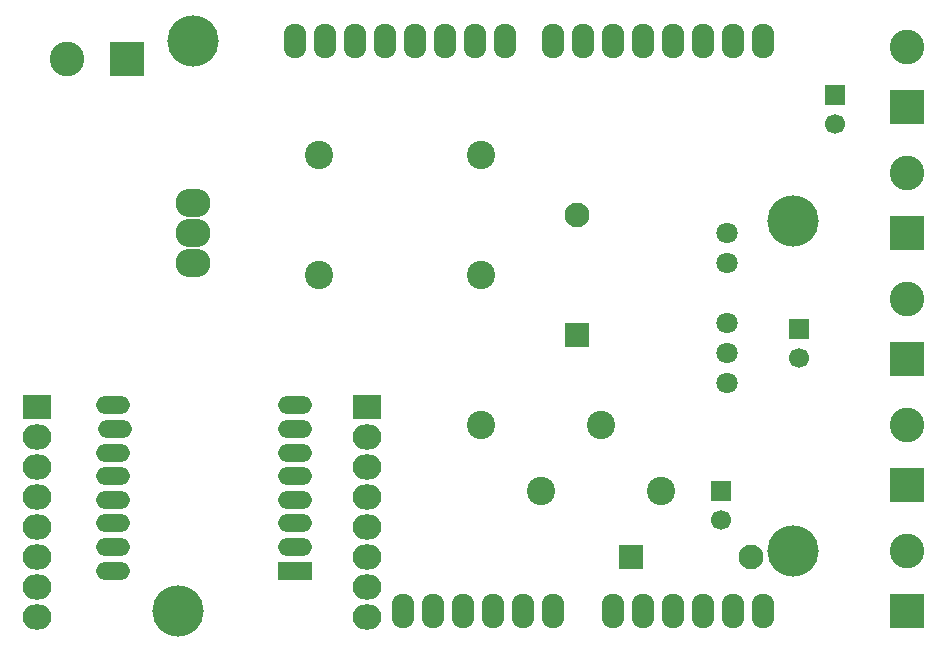
<source format=gbr>
G04 #@! TF.FileFunction,Soldermask,Top*
%FSLAX46Y46*%
G04 Gerber Fmt 4.6, Leading zero omitted, Abs format (unit mm)*
G04 Created by KiCad (PCBNEW 4.0.2+dfsg1-stable) date sáb 28 ene 2017 09:14:19 CET*
%MOMM*%
G01*
G04 APERTURE LIST*
%ADD10C,0.100000*%
%ADD11O,1.924000X2.940000*%
%ADD12C,4.337000*%
%ADD13R,2.432000X2.127200*%
%ADD14O,2.432000X2.127200*%
%ADD15R,2.900000X1.500000*%
%ADD16O,2.900000X1.500000*%
%ADD17R,1.700000X1.700000*%
%ADD18C,1.700000*%
%ADD19C,2.099260*%
%ADD20R,2.099260X2.099260*%
%ADD21R,2.940000X2.940000*%
%ADD22C,2.940000*%
%ADD23C,2.398980*%
%ADD24C,1.800000*%
%ADD25O,2.940000X2.432000*%
G04 APERTURE END LIST*
D10*
D11*
X135636000Y-82296000D03*
X133096000Y-82296000D03*
X130556000Y-82296000D03*
X122936000Y-82296000D03*
X125476000Y-82296000D03*
X128016000Y-82296000D03*
X117856000Y-82296000D03*
X115316000Y-82296000D03*
X112776000Y-82296000D03*
X107696000Y-82296000D03*
X105156000Y-82296000D03*
X135636000Y-34036000D03*
X133096000Y-34036000D03*
X130556000Y-34036000D03*
X128016000Y-34036000D03*
X125476000Y-34036000D03*
X122936000Y-34036000D03*
X120396000Y-34036000D03*
X117856000Y-34036000D03*
X113792000Y-34036000D03*
X111252000Y-34036000D03*
X108712000Y-34036000D03*
X106172000Y-34036000D03*
X103632000Y-34036000D03*
X101092000Y-34036000D03*
X98552000Y-34036000D03*
X96012000Y-34036000D03*
X110236000Y-82296000D03*
D12*
X138176000Y-77216000D03*
X138176000Y-49276000D03*
X87376000Y-34036000D03*
X86106000Y-82296000D03*
D13*
X74168000Y-65024000D03*
D14*
X74168000Y-67564000D03*
X74168000Y-70104000D03*
X74168000Y-72644000D03*
X74168000Y-75184000D03*
X74168000Y-77724000D03*
X74168000Y-80264000D03*
X74168000Y-82804000D03*
D15*
X96038900Y-78892400D03*
D16*
X96038900Y-76892400D03*
X96038900Y-74892400D03*
X96038900Y-72892400D03*
X96038900Y-70892400D03*
X96038900Y-68892400D03*
X96038900Y-66892400D03*
X96038900Y-64892400D03*
X80638900Y-64892400D03*
X80738900Y-66892400D03*
X80638900Y-68892400D03*
X80638900Y-70892400D03*
X80638900Y-72892400D03*
X80638900Y-74892400D03*
X80638900Y-76892400D03*
X80638900Y-78892400D03*
D13*
X102108000Y-65024000D03*
D14*
X102108000Y-67564000D03*
X102108000Y-70104000D03*
X102108000Y-72644000D03*
X102108000Y-75184000D03*
X102108000Y-77724000D03*
X102108000Y-80264000D03*
X102108000Y-82804000D03*
D17*
X141732000Y-38608000D03*
D18*
X141732000Y-41108000D03*
D17*
X138684000Y-58420000D03*
D18*
X138684000Y-60920000D03*
D17*
X132080000Y-72136000D03*
D18*
X132080000Y-74636000D03*
D19*
X119885460Y-48767480D03*
D20*
X119885460Y-58927480D03*
D19*
X134620520Y-77721460D03*
D20*
X124460520Y-77721460D03*
D21*
X147828000Y-60960000D03*
D22*
X147828000Y-55880000D03*
D21*
X147828000Y-82296000D03*
D22*
X147828000Y-77216000D03*
D23*
X111760000Y-66548000D03*
X121920000Y-66548000D03*
X116840000Y-72136000D03*
X127000000Y-72136000D03*
D24*
X132588000Y-50292000D03*
X132588000Y-52832000D03*
X132588000Y-57912000D03*
X132588000Y-60452000D03*
X132588000Y-62992000D03*
D21*
X147828000Y-39624000D03*
D22*
X147828000Y-34544000D03*
D21*
X81788000Y-35560000D03*
D22*
X76708000Y-35560000D03*
D21*
X147828000Y-50292000D03*
D22*
X147828000Y-45212000D03*
D25*
X87376000Y-50292000D03*
X87376000Y-52832000D03*
X87376000Y-47752000D03*
D21*
X147828000Y-71628000D03*
D22*
X147828000Y-66548000D03*
D23*
X98044000Y-53848000D03*
X98044000Y-43688000D03*
X111760000Y-53848000D03*
X111760000Y-43688000D03*
M02*

</source>
